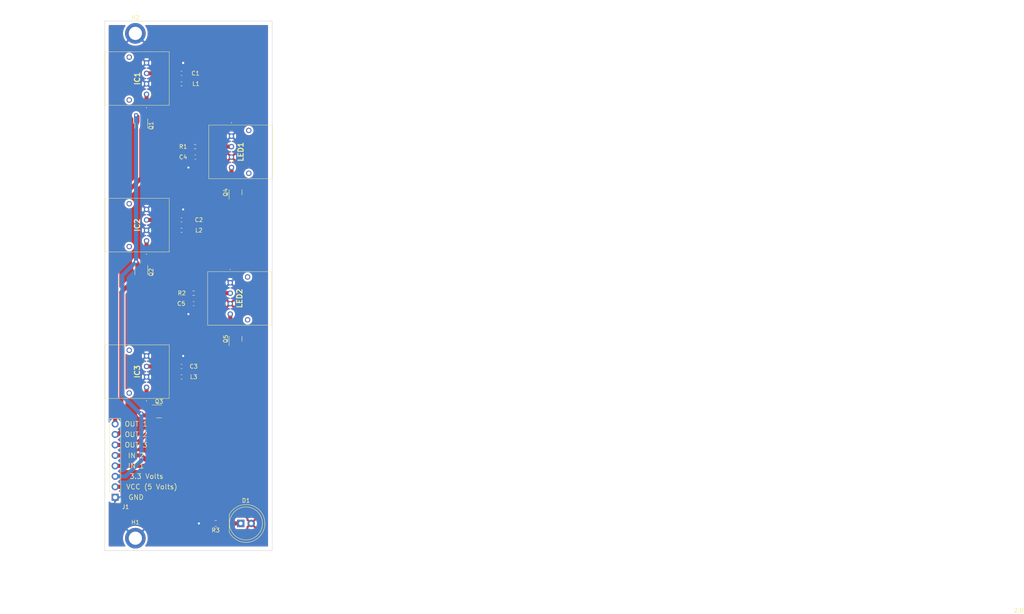
<source format=kicad_pcb>
(kicad_pcb (version 20211014) (generator pcbnew)
  (layers (0 "F.Cu" signal) (31 "B.Cu" signal) (34 "B.Paste" user) (35 "F.Paste" user) (36 "B.SilkS" user "B.Silkscreen") (37 "F.SilkS" user "F.Silkscreen") (38 "B.Mask" user) (39 "F.Mask" user) (44 "Edge.Cuts" user))
  (net 0 "")
  (net 1 "Net-(C1-Pad1)")
  (net 2 "GND")
  (net 3 "Net-(C2-Pad1)")
  (net 4 "Net-(C3-Pad1)")
  (net 5 "Net-(LED1-Pad2)")
  (net 6 "Net-(LED2-Pad2)")
  (net 7 "VCC")
  (net 8 "Net-(D1-Pad1)")
  (net 13 "Net-(IC1-Pad1)")
  (net 14 "Net-(IC2-Pad1)")
  (net 15 "Net-(IC3-Pad1)")
  (net 16 "+3.3V")
  (net 17 "/IN 1")
  (net 18 "/IN 2")
  (net 19 "/OUT 3")
  (net 20 "/OUT 2")
  (net 21 "/OUT 1")
  (net 22 "Net-(LED1-Pad4)")
  (net 23 "Net-(LED2-Pad4)")
  (footprint "Resistor_SMD:R_0603_1608Metric_Pad0.98x0.95mm_HandSolder" (layer "F.Cu") (at 71.9475 80.48)
    (fp_text reference "R1" (at -2.8975 0) (layer "F.SilkS"))
    (fp_text value "5.6k")
    (fp_line (start -0.254724 0.5225) (end 0.254724 0.5225) (layer "F.SilkS") (width 0.12))
    (fp_line (start -0.254724 -0.5225) (end 0.254724 -0.5225) (layer "F.SilkS") (width 0.12))
    (pad "1" smd roundrect (at -0.9125 0) (size 0.975 0.95) (layers "F.Cu" "F.Paste" "F.Mask") (net 7 "VCC"))
    (pad "2" smd roundrect (at 0.9125 0) (size 0.975 0.95) (layers "F.Cu" "F.Paste" "F.Mask") (net 5 "Net-(LED1-Pad2)"))
  )
  (footprint "Connector_PinHeader_2.54mm:PinHeader_1x08_P2.54mm_Vertical" (layer "F.Cu") (at 52.54 165.57 180)
    (fp_text reference "J1" (at -2.54 -2.33) (layer "F.SilkS"))
    (fp_text value "Conn_01x08_Male")
    (fp_line (start -1.33 0) (end -1.33 -1.33) (layer "F.SilkS") (width 0.12))
    (fp_line (start -1.33 1.27) (end 1.33 1.27) (layer "F.SilkS") (width 0.12))
    (fp_line (start 1.33 1.27) (end 1.33 19.11) (layer "F.SilkS") (width 0.12))
    (fp_line (start -1.33 -1.33) (end 0 -1.33) (layer "F.SilkS") (width 0.12))
    (fp_line (start -1.33 19.11) (end 1.33 19.11) (layer "F.SilkS") (width 0.12))
    (fp_line (start -1.33 1.27) (end -1.33 19.11) (layer "F.SilkS") (width 0.12))
    (pad "1" thru_hole rect (at 0 0 180) (size 1.7 1.7) (drill 1) (layers *.Cu *.Mask) (net 2 "GND"))
    (pad "2" thru_hole oval (at 0 2.54 180) (size 1.7 1.7) (drill 1) (layers *.Cu *.Mask) (net 7 "VCC"))
    (pad "3" thru_hole oval (at 0 5.08 180) (size 1.7 1.7) (drill 1) (layers *.Cu *.Mask) (net 16 "+3.3V"))
    (pad "4" thru_hole oval (at 0 7.62 180) (size 1.7 1.7) (drill 1) (layers *.Cu *.Mask) (net 17 "/IN 1"))
    (pad "5" thru_hole oval (at 0 10.16 180) (size 1.7 1.7) (drill 1) (layers *.Cu *.Mask) (net 18 "/IN 2"))
    (pad "6" thru_hole oval (at 0 12.7 180) (size 1.7 1.7) (drill 1) (layers *.Cu *.Mask) (net 19 "/OUT 3"))
    (pad "7" thru_hole oval (at 0 15.24 180) (size 1.7 1.7) (drill 1) (layers *.Cu *.Mask) (net 20 "/OUT 2"))
    (pad "8" thru_hole oval (at 0 17.78 180) (size 1.7 1.7) (drill 1) (layers *.Cu *.Mask) (net 21 "/OUT 1"))
  )
  (footprint "Capacitor_SMD:C_0603_1608Metric_Pad1.08x0.95mm_HandSolder" (layer "F.Cu") (at 71.59 118.58)
    (fp_text reference "C5" (at -3.01 0) (layer "F.SilkS"))
    (fp_text value "0.1u")
    (fp_line (start -0.146267 -0.51) (end 0.146267 -0.51) (layer "F.SilkS") (width 0.12))
    (fp_line (start -0.146267 0.51) (end 0.146267 0.51) (layer "F.SilkS") (width 0.12))
    (pad "1" smd roundrect (at -0.8625 0) (size 1.075 0.95) (layers "F.Cu" "F.Paste" "F.Mask") (net 2 "GND"))
    (pad "2" smd roundrect (at 0.8625 0) (size 1.075 0.95) (layers "F.Cu" "F.Paste" "F.Mask") (net 7 "VCC"))
  )
  (footprint "Inductor_SMD:L_0603_1608Metric_Pad1.05x0.95mm_HandSolder" (layer "F.Cu") (at 68.655 65.24 180)
    (fp_text reference "L1" (at -3.485 0) (layer "F.SilkS"))
    (fp_text value "47u")
    (fp_line (start -0.171267 0.51) (end 0.171267 0.51) (layer "F.SilkS") (width 0.12))
    (fp_line (start -0.171267 -0.51) (end 0.171267 -0.51) (layer "F.SilkS") (width 0.12))
    (pad "1" smd roundrect (at -0.875 0 180) (size 1.05 0.95) (layers "F.Cu" "F.Paste" "F.Mask") (net 7 "VCC"))
    (pad "2" smd roundrect (at 0.875 0 180) (size 1.05 0.95) (layers "F.Cu" "F.Paste" "F.Mask") (net 1 "Net-(C1-Pad1)"))
  )
  (footprint "TOTX and TORX:TOTX1950AF" (layer "F.Cu") (at 80.77 85.56 -90)
    (fp_text reference "LED1" (at -3.81 -2.25 90) (layer "F.SilkS") (effects (font (size 1.27 1.27) (thickness 0.254))))
    (fp_text value "TOTX1950A_F_" hide)
    (fp_line (start -10.92 0) (end -10.92 0) (layer "F.SilkS") (width 0.1))
    (fp_line (start -10.31 5.5) (end -10.31 -10) (layer "F.SilkS") (width 0.1))
    (fp_line (start -10.82 0) (end -10.82 0) (layer "F.SilkS") (width 0.1))
    (fp_line (start 2.69 -10) (end 2.69 5.5) (layer "F.SilkS") (width 0.1))
    (fp_line (start 2.69 5.5) (end -10.31 5.5) (layer "F.SilkS") (width 0.1))
    (fp_line (start -10.31 -10) (end 2.69 -10) (layer "F.SilkS") (width 0.1))
    (fp_arc (start -10.92 0) (mid -10.87 -0.05) (end -10.82 0) (layer "F.SilkS") (width 0.1))
    (fp_arc (start -10.82 0) (mid -10.87 0.05) (end -10.92 0) (layer "F.SilkS") (width 0.1))
    (pad "1" thru_hole circle (at -7.62 0 270) (size 1.303 1.303) (drill 0.76) (layers *.Cu *.Mask) (net 2 "GND"))
    (pad "2" thru_hole circle (at -5.08 0 270) (size 1.303 1.303) (drill 0.76) (layers *.Cu *.Mask) (net 5 "Net-(LED1-Pad2)"))
    (pad "3" thru_hole circle (at -2.54 0 270) (size 1.303 1.303) (drill 0.76) (layers *.Cu *.Mask) (net 7 "VCC"))
    (pad "4" thru_hole circle (at 0 0 270) (size 1.303 1.303) (drill 0.76) (layers *.Cu *.Mask) (net 22 "Net-(LED1-Pad4)"))
    (pad "5" thru_hole circle (at 1.39 -4.2 270) (size 1.3 1.3) (drill 0.8) (layers *.Cu *.Mask))
    (pad "6" thru_hole circle (at -9.01 -4.2 270) (size 1.3 1.3) (drill 0.8) (layers *.Cu *.Mask))
  )
  (footprint "Package_TO_SOT_SMD:SOT-23" (layer "F.Cu") (at 58.89 75.4 -90)
    (fp_text reference "Q1" (at 0 -2.4 90) (layer "F.SilkS"))
    (fp_text value "BSS138")
    (fp_line (start 0 -1.56) (end 0.65 -1.56) (layer "F.SilkS") (width 0.12))
    (fp_line (start 0 -1.56) (end -1.675 -1.56) (layer "F.SilkS") (width 0.12))
    (fp_line (start 0 1.56) (end 0.65 1.56) (layer "F.SilkS") (width 0.12))
    (fp_line (start 0 1.56) (end -0.65 1.56) (layer "F.SilkS") (width 0.12))
    (pad "1" smd roundrect (at -0.9375 -0.95 270) (size 1.475 0.6) (layers "F.Cu" "F.Paste" "F.Mask") (net 13 "Net-(IC1-Pad1)"))
    (pad "2" smd roundrect (at -0.9375 0.95 270) (size 1.475 0.6) (layers "F.Cu" "F.Paste" "F.Mask") (net 16 "+3.3V"))
    (pad "3" smd roundrect (at 0.9375 0 270) (size 1.475 0.6) (layers "F.Cu" "F.Paste" "F.Mask") (net 21 "/OUT 1"))
  )
  (footprint "TOTX and TORX:TORX1950AF" (layer "F.Cu") (at 60.16 67.78 90)
    (fp_text reference "IC1" (at 3.81 -2.25 90) (layer "F.SilkS") (effects (font (size 1.27 1.27) (thickness 0.254))))
    (fp_text value "TORX1950A_F_" hide)
    (fp_line (start -2.69 -10) (end 10.31 -10) (layer "F.SilkS") (width 0.1))
    (fp_line (start -2.69 5.5) (end -2.69 -10) (layer "F.SilkS") (width 0.1))
    (fp_line (start -3.3 0) (end -3.3 0) (layer "F.SilkS") (width 0.1))
    (fp_line (start -3.2 0) (end -3.2 0) (layer "F.SilkS") (width 0.1))
    (fp_line (start 10.31 5.5) (end -2.69 5.5) (layer "F.SilkS") (width 0.1))
    (fp_line (start 10.31 -10) (end 10.31 5.5) (layer "F.SilkS") (width 0.1))
    (fp_arc (start -3.2 0) (mid -3.25 0.05) (end -3.3 0) (layer "F.SilkS") (width 0.1))
    (fp_arc (start -3.3 0) (mid -3.25 -0.05) (end -3.2 0) (layer "F.SilkS") (width 0.1))
    (pad "1" thru_hole circle (at 0 0 90) (size 1.303 1.303) (drill 0.76) (layers *.Cu *.Mask) (net 13 "Net-(IC1-Pad1)"))
    (pad "2" thru_hole circle (at 2.54 0 90) (size 1.303 1.303) (drill 0.76) (layers *.Cu *.Mask) (net 2 "GND"))
    (pad "3" thru_hole circle (at 5.08 0 90) (size 1.303 1.303) (drill 0.76) (layers *.Cu *.Mask) (net 1 "Net-(C1-Pad1)"))
    (pad "4" thru_hole circle (at 7.62 0 90) (size 1.303 1.303) (drill 0.76) (layers *.Cu *.Mask) (net 2 "GND"))
    (pad "5" thru_hole circle (at 9.01 -4.2 90) (size 1.3 1.3) (drill 0.8) (layers *.Cu *.Mask))
    (pad "6" thru_hole circle (at -1.39 -4.2 90) (size 1.3 1.3) (drill 0.8) (layers *.Cu *.Mask))
  )
  (footprint "Resistor_SMD:R_0603_1608Metric_Pad0.98x0.95mm_HandSolder" (layer "F.Cu") (at 71.61 116.04)
    (fp_text reference "R2" (at -2.8975 0) (layer "F.SilkS"))
    (fp_text value "5.6k")
    (fp_line (start -0.254724 0.5225) (end 0.254724 0.5225) (layer "F.SilkS") (width 0.12))
    (fp_line (start -0.254724 -0.5225) (end 0.254724 -0.5225) (layer "F.SilkS") (width 0.12))
    (pad "1" smd roundrect (at -0.9125 0) (size 0.975 0.95) (layers "F.Cu" "F.Paste" "F.Mask") (net 7 "VCC"))
    (pad "2" smd roundrect (at 0.9125 0) (size 0.975 0.95) (layers "F.Cu" "F.Paste" "F.Mask") (net 6 "Net-(LED2-Pad2)"))
  )
  (footprint "Capacitor_SMD:C_0603_1608Metric_Pad1.08x0.95mm_HandSolder" (layer "F.Cu") (at 71.9975 83.02)
    (fp_text reference "C4" (at -2.9475 0) (layer "F.SilkS"))
    (fp_text value "0.1u")
    (fp_line (start -0.146267 0.51) (end 0.146267 0.51) (layer "F.SilkS") (width 0.12))
    (fp_line (start -0.146267 -0.51) (end 0.146267 -0.51) (layer "F.SilkS") (width 0.12))
    (pad "1" smd roundrect (at -0.8625 0) (size 1.075 0.95) (layers "F.Cu" "F.Paste" "F.Mask") (net 2 "GND"))
    (pad "2" smd roundrect (at 0.8625 0) (size 1.075 0.95) (layers "F.Cu" "F.Paste" "F.Mask") (net 7 "VCC"))
  )
  (footprint "Resistor_SMD:R_0805_2012Metric_Pad1.20x1.40mm_HandSolder" (layer "F.Cu") (at 76.94 171.92 180)
    (fp_text reference "R3" (at 0 -1.65) (layer "F.SilkS"))
    (fp_text value "10k")
    (fp_line (start -0.227064 0.735) (end 0.227064 0.735) (layer "F.SilkS") (width 0.12))
    (fp_line (start -0.227064 -0.735) (end 0.227064 -0.735) (layer "F.SilkS") (width 0.12))
    (pad "1" smd roundrect (at -1 0 180) (size 1.2 1.4) (layers "F.Cu" "F.Paste" "F.Mask") (roundrect_rratio 0.208333) (net 8 "Net-(D1-Pad1)"))
    (pad "2" smd roundrect (at 1 0 180) (size 1.2 1.4) (layers "F.Cu" "F.Paste" "F.Mask") (roundrect_rratio 0.208333) (net 2 "GND"))
  )
  (footprint "Capacitor_SMD:C_0603_1608Metric_Pad1.08x0.95mm_HandSolder" (layer "F.Cu") (at 68.6425 98.26)
    (fp_text reference "C2" (at 4.2175 0) (layer "F.SilkS"))
    (fp_text value "0.1u")
    (fp_line (start -0.146267 0.51) (end 0.146267 0.51) (layer "F.SilkS") (width 0.12))
    (fp_line (start -0.146267 -0.51) (end 0.146267 -0.51) (layer "F.SilkS") (width 0.12))
    (pad "1" smd roundrect (at -0.8625 0) (size 1.075 0.95) (layers "F.Cu" "F.Paste" "F.Mask") (net 3 "Net-(C2-Pad1)"))
    (pad "2" smd roundrect (at 0.8625 0) (size 1.075 0.95) (layers "F.Cu" "F.Paste" "F.Mask") (net 2 "GND"))
  )
  (footprint "Inductor_SMD:L_0603_1608Metric_Pad1.05x0.95mm_HandSolder" (layer "F.Cu") (at 68.655 136.36 180)
    (fp_text reference "L3" (at -2.935 0) (layer "F.SilkS"))
    (fp_text value "47u")
    (fp_line (start -0.171267 0.51) (end 0.171267 0.51) (layer "F.SilkS") (width 0.12))
    (fp_line (start -0.171267 -0.51) (end 0.171267 -0.51) (layer "F.SilkS") (width 0.12))
    (pad "1" smd roundrect (at -0.875 0 180) (size 1.05 0.95) (layers "F.Cu" "F.Paste" "F.Mask") (net 7 "VCC"))
    (pad "2" smd roundrect (at 0.875 0 180) (size 1.05 0.95) (layers "F.Cu" "F.Paste" "F.Mask") (net 4 "Net-(C3-Pad1)"))
  )
  (footprint "TOTX and TORX:TORX1950AF" (layer "F.Cu") (at 60.16 138.9 90)
    (fp_text reference "IC3" (at 3.81 -2.25 90) (layer "F.SilkS") (effects (font (size 1.27 1.27) (thickness 0.254))))
    (fp_text value "TORX1950A_F_" hide)
    (fp_line (start -3.2 0) (end -3.2 0) (layer "F.SilkS") (width 0.1))
    (fp_line (start -2.69 5.5) (end -2.69 -10) (layer "F.SilkS") (width 0.1))
    (fp_line (start -3.3 0) (end -3.3 0) (layer "F.SilkS") (width 0.1))
    (fp_line (start 10.31 5.5) (end -2.69 5.5) (layer "F.SilkS") (width 0.1))
    (fp_line (start 10.31 -10) (end 10.31 5.5) (layer "F.SilkS") (width 0.1))
    (fp_line (start -2.69 -10) (end 10.31 -10) (layer "F.SilkS") (width 0.1))
    (fp_arc (start -3.2 0) (mid -3.25 0.05) (end -3.3 0) (layer "F.SilkS") (width 0.1))
    (fp_arc (start -3.3 0) (mid -3.25 -0.05) (end -3.2 0) (layer "F.SilkS") (width 0.1))
    (pad "1" thru_hole circle (at 0 0 90) (size 1.303 1.303) (drill 0.76) (layers *.Cu *.Mask) (net 15 "Net-(IC3-Pad1)"))
    (pad "2" thru_hole circle (at 2.54 0 90) (size 1.303 1.303) (drill 0.76) (layers *.Cu *.Mask) (net 2 "GND"))
    (pad "3" thru_hole circle (at 5.08 0 90) (size 1.303 1.303) (drill 0.76) (layers *.Cu *.Mask) (net 4 "Net-(C3-Pad1)"))
    (pad "4" thru_hole circle (at 7.62 0 90) (size 1.303 1.303) (drill 0.76) (layers *.Cu *.Mask) (net 2 "GND"))
    (pad "5" thru_hole circle (at 9.01 -4.2 90) (size 1.3 1.3) (drill 0.8) (layers *.Cu *.Mask))
    (pad "6" thru_hole circle (at -1.39 -4.2 90) (size 1.3 1.3) (drill 0.8) (layers *.Cu *.Mask))
  )
  (footprint "TOTX and TORX:TOTX1950AF" (layer "F.Cu") (at 80.48 121.12 -90)
    (fp_text reference "LED2" (at -3.81 -2.25 90) (layer "F.SilkS") (effects (font (size 1.27 1.27) (thickness 0.254))))
    (fp_text value "TOTX1950A_F_" hide)
    (fp_line (start 2.69 -10) (end 2.69 5.5) (layer "F.SilkS") (width 0.1))
    (fp_line (start -10.31 5.5) (end -10.31 -10) (layer "F.SilkS") (width 0.1))
    (fp_line (start -10.82 0) (end -10.82 0) (layer "F.SilkS") (width 0.1))
    (fp_line (start 2.69 5.5) (end -10.31 5.5) (layer "F.SilkS") (width 0.1))
    (fp_line (start -10.31 -10) (end 2.69 -10) (layer "F.SilkS") (width 0.1))
    (fp_line (start -10.92 0) (end -10.92 0) (layer "F.SilkS") (width 0.1))
    (fp_arc (start -10.82 0) (mid -10.87 0.05) (end -10.92 0) (layer "F.SilkS") (width 0.1))
    (fp_arc (start -10.92 0) (mid -10.87 -0.05) (end -10.82 0) (layer "F.SilkS") (width 0.1))
    (pad "1" thru_hole circle (at -7.62 0 270) (size 1.303 1.303) (drill 0.76) (layers *.Cu *.Mask) (net 2 "GND"))
    (pad "2" thru_hole circle (at -5.08 0 270) (size 1.303 1.303) (drill 0.76) (layers *.Cu *.Mask) (net 6 "Net-(LED2-Pad2)"))
    (pad "3" thru_hole circle (at -2.54 0 270) (size 1.303 1.303) (drill 0.76) (layers *.Cu *.Mask) (net 7 "VCC"))
    (pad "4" thru_hole circle (at 0 0 270) (size 1.303 1.303) (drill 0.76) (layers *.Cu *.Mask) (net 23 "Net-(LED2-Pad4)"))
    (pad "5" thru_hole circle (at 1.39 -4.2 270) (size 1.3 1.3) (drill 0.8) (layers *.Cu *.Mask))
    (pad "6" thru_hole circle (at -9.01 -4.2 270) (size 1.3 1.3) (drill 0.8) (layers *.Cu *.Mask))
  )
  (footprint "TOTX and TORX:TORX1950AF" (layer "F.Cu") (at 60.16 103.34 90)
    (fp_text reference "IC2" (at 3.81 -2.25 90) (layer "F.SilkS") (effects (font (size 1.27 1.27) (thickness 0.254))))
    (fp_text value "TORX1950A_F_" hide)
    (fp_line (start 10.31 5.5) (end -2.69 5.5) (layer "F.SilkS") (width 0.1))
    (fp_line (start 10.31 -10) (end 10.31 5.5) (layer "F.SilkS") (width 0.1))
    (fp_line (start -3.2 0) (end -3.2 0) (layer "F.SilkS") (width 0.1))
    (fp_line (start -2.69 5.5) (end -2.69 -10) (layer "F.SilkS") (width 0.1))
    (fp_line (start -2.69 -10) (end 10.31 -10) (layer "F.SilkS") (width 0.1))
    (fp_line (start -3.3 0) (end -3.3 0) (layer "F.SilkS") (width 0.1))
    (fp_arc (start -3.2 0) (mid -3.25 0.05) (end -3.3 0) (layer "F.SilkS") (width 0.1))
    (fp_arc (start -3.3 0) (mid -3.25 -0.05) (end -3.2 0) (layer "F.SilkS") (width 0.1))
    (pad "1" thru_hole circle (at 0 0 90) (size 1.303 1.303) (drill 0.76) (layers *.Cu *.Mask) (net 14 "Net-(IC2-Pad1)"))
    (pad "2" thru_hole circle (at 2.54 0 90) (size 1.303 1.303) (drill 0.76) (layers *.Cu *.Mask) (net 2 "GND"))
    (pad "3" thru_hole circle (at 5.08 0 90) (size 1.303 1.303) (drill 0.76) (layers *.Cu *.Mask) (net 3 "Net-(C2-Pad1)"))
    (pad "4" thru_hole circle (at 7.62 0 90) (size 1.303 1.303) (drill 0.76) (layers *.Cu *.Mask) (net 2 "GND"))
    (pad "5" thru_hole circle (at 9.01 -4.2 90) (size 1.3 1.3) (drill 0.8) (layers *.Cu *.Mask))
    (pad "6" thru_hole circle (at -1.39 -4.2 90) (size 1.3 1.3) (drill 0.8) (layers *.Cu *.Mask))
  )
  (footprint "MountingHole:MountingHole_3.2mm_M3_ISO7380_Pad" (layer "F.Cu") (at 57.45 53)
    (fp_text reference "H2" (at 0 -3.85) (layer "F.SilkS"))
    (fp_text value "MountingHole_Pad")
    (pad "1" thru_hole circle (at 0 0) (size 5 5) (drill 3.2) (layers *.Cu *.Mask) (net 2 "GND"))
  )
  (footprint "Package_TO_SOT_SMD:SOT-23" (layer "F.Cu") (at 63.195 144.7375)
    (fp_text reference "Q3" (at 0 -2.4) (layer "F.SilkS"))
    (fp_text value "BSS138")
    (fp_line (start 0 -1.56) (end 0.65 -1.56) (layer "F.SilkS") (width 0.12))
    (fp_line (start 0 1.56) (end -0.65 1.56) (layer "F.SilkS") (width 0.12))
    (fp_line (start 0 1.56) (end 0.65 1.56) (layer "F.SilkS") (width 0.12))
    (fp_line (start 0 -1.56) (end -1.675 -1.56) (layer "F.SilkS") (width 0.12))
    (pad "1" smd roundrect (at -0.9375 -0.95) (size 1.475 0.6) (layers "F.Cu" "F.Paste" "F.Mask") (net 15 "Net-(IC3-Pad1)"))
    (pad "2" smd roundrect (at -0.9375 0.95) (size 1.475 0.6) (layers "F.Cu" "F.Paste" "F.Mask") (net 16 "+3.3V"))
    (pad "3" smd roundrect (at 0.9375 0) (size 1.475 0.6) (layers "F.Cu" "F.Paste" "F.Mask") (net 19 "/OUT 3"))
  )
  (footprint "Capacitor_SMD:C_0603_1608Metric_Pad1.08x0.95mm_HandSolder" (layer "F.Cu") (at 68.6425 62.7)
    (fp_text reference "C1" (at 3.4025 0) (layer "F.SilkS"))
    (fp_text value "0.1u")
    (fp_line (start -0.146267 -0.51) (end 0.146267 -0.51) (layer "F.SilkS") (width 0.12))
    (fp_line (start -0.146267 0.51) (end 0.146267 0.51) (layer "F.SilkS") (width 0.12))
    (pad "1" smd roundrect (at -0.8625 0) (size 1.075 0.95) (layers "F.Cu" "F.Paste" "F.Mask") (net 1 "Net-(C1-Pad1)"))
    (pad "2" smd roundrect (at 0.8625 0) (size 1.075 0.95) (layers "F.Cu" "F.Paste" "F.Mask") (net 2 "GND"))
  )
  (footprint "LED_THT:LED_D8.0mm" (layer "F.Cu") (at 83.02 171.92)
    (fp_text reference "D1" (at 1.27 -5.56) (layer "F.SilkS"))
    (fp_text value "LED")
    (fp_line (start -2.79 -2.142) (end -2.79 2.142) (layer "F.SilkS") (width 0.12))
    (fp_arc (start -2.79 -2.141145) (mid 2.373119 -4.455472) (end 5.86 0.000486) (layer "F.SilkS") (width 0.12))
    (fp_arc (start 5.86 -0.000486) (mid 2.373119 4.455472) (end -2.79 2.141145) (layer "F.SilkS") (width 0.12))
    (fp_circle (center 1.27 0) (end 5.27 0) (layer "F.SilkS") (width 0.12) (fill none))
    (pad "1" thru_hole rect (at 0 0) (size 1.8 1.8) (drill 0.9) (layers *.Cu *.Mask) (net 8 "Net-(D1-Pad1)"))
    (pad "2" thru_hole circle (at 2.54 0) (size 1.8 1.8) (drill 0.9) (layers *.Cu *.Mask) (net 7 "VCC"))
  )
  (footprint "MountingHole:MountingHole_3.2mm_M3_ISO7380_Pad" (layer "F.Cu") (at 57.45 175.5)
    (fp_text reference "H1" (at 0 -3.85) (layer "F.SilkS"))
    (fp_text value "MountingHole_Pad")
    (pad "1" thru_hole circle (at 0 0) (size 5 5) (drill 3.2) (layers *.Cu *.Mask) (net 2 "GND"))
  )
  (footprint "Package_TO_SOT_SMD:SOT-23" (layer "F.Cu") (at 81.75 91.5775 90)
    (fp_text reference "Q4" (at 0 -2.4 90) (layer "F.SilkS"))
    (fp_text value "BSS138")
    (fp_line (start 0 -1.56) (end 0.65 -1.56) (layer "F.SilkS") (width 0.12))
    (fp_line (start 0 1.56) (end 0.65 1.56) (layer "F.SilkS") (width 0.12))
    (fp_line (start 0 -1.56) (end -1.675 -1.56) (layer "F.SilkS") (width 0.12))
    (fp_line (start 0 1.56) (end -0.65 1.56) (layer "F.SilkS") (width 0.12))
    (pad "1" smd roundrect (at -0.9375 -0.95 90) (size 1.475 0.6) (layers "F.Cu" "F.Paste" "F.Mask") (net 17 "/IN 1"))
    (pad "2" smd roundrect (at -0.9375 0.95 90) (size 1.475 0.6) (layers "F.Cu" "F.Paste" "F.Mask") (net 7 "VCC"))
    (pad "3" smd roundrect (at 0.9375 0 90) (size 1.475 0.6) (layers "F.Cu" "F.Paste" "F.Mask") (net 22 "Net-(LED1-Pad4)"))
  )
  (footprint "Inductor_SMD:L_0603_1608Metric_Pad1.05x0.95mm_HandSolder" (layer "F.Cu") (at 68.655 100.8 180)
    (fp_text reference "L2" (at -4.205 0) (layer "F.SilkS"))
    (fp_text value "47u")
    (fp_line (start -0.171267 -0.51) (end 0.171267 -0.51) (layer "F.SilkS") (width 0.12))
    (fp_line (start -0.171267 0.51) (end 0.171267 0.51) (layer "F.SilkS") (width 0.12))
    (pad "1" smd roundrect (at -0.875 0 180) (size 1.05 0.95) (layers "F.Cu" "F.Paste" "F.Mask") (net 7 "VCC"))
    (pad "2" smd roundrect (at 0.875 0 180) (size 1.05 0.95) (layers "F.Cu" "F.Paste" "F.Mask") (net 3 "Net-(C2-Pad1)"))
  )
  (footprint "Package_TO_SOT_SMD:SOT-23" (layer "F.Cu") (at 58.89 110.96 -90)
    (fp_text reference "Q2" (at 0 -2.4 90) (layer "F.SilkS"))
    (fp_text value "BSS138")
    (fp_line (start 0 -1.56) (end 0.65 -1.56) (layer "F.SilkS") (width 0.12))
    (fp_line (start 0 1.56) (end -0.65 1.56) (layer "F.SilkS") (width 0.12))
    (fp_line (start 0 -1.56) (end -1.675 -1.56) (layer "F.SilkS") (width 0.12))
    (fp_line (start 0 1.56) (end 0.65 1.56) (layer "F.SilkS") (width 0.12))
    (pad "1" smd roundrect (at -0.9375 -0.95 270) (size 1.475 0.6) (layers "F.Cu" "F.Paste" "F.Mask") (net 14 "Net-(IC2-Pad1)"))
    (pad "2" smd roundrect (at -0.9375 0.95 270) (size 1.475 0.6) (layers "F.Cu" "F.Paste" "F.Mask") (net 16 "+3.3V"))
    (pad "3" smd roundrect (at 0.9375 0 270) (size 1.475 0.6) (layers "F.Cu" "F.Paste" "F.Mask") (net 20 "/OUT 2"))
  )
  (footprint "Capacitor_SMD:C_0603_1608Metric_Pad1.08x0.95mm_HandSolder" (layer "F.Cu") (at 68.6425 133.82)
    (fp_text reference "C3" (at 2.9475 0) (layer "F.SilkS"))
    (fp_text value "0.1u")
    (fp_line (start -0.146267 -0.51) (end 0.146267 -0.51) (layer "F.SilkS") (width 0.12))
    (fp_line (start -0.146267 0.51) (end 0.146267 0.51) (layer "F.SilkS") (width 0.12))
    (pad "1" smd roundrect (at -0.8625 0) (size 1.075 0.95) (layers "F.Cu" "F.Paste" "F.Mask") (net 4 "Net-(C3-Pad1)"))
    (pad "2" smd roundrect (at 0.8625 0) (size 1.075 0.95) (layers "F.Cu" "F.Paste" "F.Mask") (net 2 "GND"))
  )
  (footprint "Package_TO_SOT_SMD:SOT-23" (layer "F.Cu") (at 81.75 127.1375 90)
    (fp_text reference "Q5" (at 0 -2.4 90) (layer "F.SilkS"))
    (fp_text value "BSS138")
    (fp_line (start 0 1.56) (end -0.65 1.56) (layer "F.SilkS") (width 0.12))
    (fp_line (start 0 1.56) (end 0.65 1.56) (layer "F.SilkS") (width 0.12))
    (fp_line (start 0 -1.56) (end 0.65 -1.56) (layer "F.SilkS") (width 0.12))
    (fp_line (start 0 -1.56) (end -1.675 -1.56) (layer "F.SilkS") (width 0.12))
    (pad "1" smd roundrect (at -0.9375 -0.95 90) (size 1.475 0.6) (layers "F.Cu" "F.Paste" "F.Mask") (net 18 "/IN 2"))
    (pad "2" smd roundrect (at -0.9375 0.95 90) (size 1.475 0.6) (layers "F.Cu" "F.Paste" "F.Mask") (net 7 "VCC"))
    (pad "3" smd roundrect (at 0.9375 0 90) (size 1.475 0.6) (layers "F.Cu" "F.Paste" "F.Mask") (net 23 "Net-(LED2-Pad4)"))
  )
  (gr_rect (start 50 50) (end 90.64 178.5) (layer "Edge.Cuts") (width 0.1) (fill none))
  (gr_text "VCC (5 Volts)" (at 61.43 163.03) (layer "F.SilkS") (effects (font (size 1.2 1.2))))
  (gr_text "IN 1" (at 57.62 157.95) (layer "F.SilkS") (effects (font (size 1.2 1.2))))
  (gr_text "3.3 Volts" (at 60.16 160.49) (layer "F.SilkS") (effects (font (size 1.2 1.2))))
  (gr_text "OUT 1" (at 57.62 147.79) (layer "F.SilkS") (effects (font (size 1.2 1.2))))
  (gr_text "GND" (at 57.62 165.57) (layer "F.SilkS") (effects (font (size 1.2 1.2))))
  (gr_text "OUT 2" (at 57.62 150.33) (layer "F.SilkS") (effects (font (size 1.2 1.2))))
  (gr_text "2.0" (at 271.78 193.04) (layer "F.SilkS") (effects (font (size 1 1))))
  (gr_text "IN 2" (at 57.62 155.4636) (layer "F.SilkS") (effects (font (size 1.2 1.2))))
  (gr_text "OUT 3" (at 57.62 152.87) (layer "F.SilkS") (effects (font (size 1.2 1.2))))
  (segment (start 67.78 65.24) (end 65.24 62.7) (width 1) (layer "F.Cu") (net 1))
  (segment (start 65.24 62.7) (end 60.16 62.7) (width 1) (layer "F.Cu") (net 1))
  (segment (start 67.78 62.7) (end 65.24 62.7) (width 1) (layer "F.Cu") (net 1))
  (segment (start 69.505 131.735) (end 69.05 131.28) (width 1) (layer "F.Cu") (net 2))
  (segment (start 69.505 98.26) (end 69.505 96.175) (width 1) (layer "F.Cu") (net 2))
  (segment (start 70.7275 120.7125) (end 70.32 121.12) (width 1) (layer "F.Cu") (net 2))
  (segment (start 69.505 62.7) (end 69.505 60.615) (width 1) (layer "F.Cu") (net 2))
  (segment (start 71.135 83.02) (end 71.135 84.745) (width 1) (layer "F.Cu") (net 2))
  (segment (start 69.505 60.615) (end 69.05 60.16) (width 1) (layer "F.Cu") (net 2))
  (segment (start 75.94 171.92) (end 72.86 171.92) (width 1) (layer "F.Cu") (net 2))
  (segment (start 71.135 84.745) (end 70.32 85.56) (width 1) (layer "F.Cu") (net 2))
  (segment (start 70.7275 118.58) (end 70.7275 120.7125) (width 1) (layer "F.Cu") (net 2))
  (segment (start 69.505 133.82) (end 69.505 131.735) (width 1) (layer "F.Cu") (net 2))
  (segment (start 69.505 96.175) (end 69.05 95.72) (width 1) (layer "F.Cu") (net 2))
  (via (at 69.05 60.16) (size 1) (drill 0.5) (layers "F.Cu" "B.Cu") (net 2))
  (via (at 70.32 85.56) (size 1) (drill 0.5) (layers "F.Cu" "B.Cu") (net 2))
  (via (at 69.05 60.16) (size 1) (drill 0.5) (layers "F.Cu" "B.Cu") (net 2))
  (via (at 69.05 131.28) (size 1) (drill 0.5) (layers "F.Cu" "B.Cu") (net 2))
  (via (at 72.86 171.92) (size 1) (drill 0.5) (layers "F.Cu" "B.Cu") (net 2))
  (via (at 70.32 121.12) (size 1) (drill 0.5) (layers "F.Cu" "B.Cu") (net 2))
  (via (at 69.05 95.72) (size 1) (drill 0.5) (layers "F.Cu" "B.Cu") (net 2))
  (segment (start 67.78 100.8) (end 65.24 98.26) (width 1) (layer "F.Cu") (net 3))
  (segment (start 67.78 98.26) (end 65.24 98.26) (width 1) (layer "F.Cu") (net 3))
  (segment (start 65.24 98.26) (end 60.16 98.26) (width 1) (layer "F.Cu") (net 3))
  (segment (start 67.78 133.82) (end 65.24 133.82) (width 1) (layer "F.Cu") (net 4))
  (segment (start 67.78 136.36) (end 65.24 133.82) (width 1) (layer "F.Cu") (net 4))
  (segment (start 65.24 133.82) (end 60.16 133.82) (width 1) (layer "F.Cu") (net 4))
  (segment (start 72.86 80.48) (end 80.77 80.48) (width 1) (layer "F.Cu") (net 5))
  (segment (start 72.5225 116.04) (end 80.48 116.04) (width 1) (layer "F.Cu") (net 6))
  (segment (start 52.54 163.03) (end 53.81 163.03) (width 1) (layer "F.Cu") (net 7))
  (segment (start 77.94 171.92) (end 83.02 171.92) (width 1) (layer "F.Cu") (net 8))
  (segment (start 60.16 67.78) (end 60.16 74.1425) (width 1) (layer "F.Cu") (net 13))
  (segment (start 60.16 74.1425) (end 59.84 74.4625) (width 1) (layer "F.Cu") (net 13))
  (segment (start 60.16 109.7025) (end 59.84 110.0225) (width 1) (layer "F.Cu") (net 14))
  (segment (start 60.16 103.34) (end 60.16 109.7025) (width 1) (layer "F.Cu") (net 14))
  (segment (start 60.16 138.9) (end 60.16 141.69) (width 1) (layer "F.Cu") (net 15))
  (segment (start 60.16 141.69) (end 62.2575 143.7875) (width 1) (layer "F.Cu") (net 15))
  (segment (start 57.94 73.18) (end 57.62 72.86) (width 1) (layer "F.Cu") (net 16))
  (segment (start 57.94 108.74) (end 57.62 108.42) (width 1) (layer "F.Cu") (net 16))
  (segment (start 59.3275 145.6875) (end 58.89 145.25) (width 1) (layer "F.Cu") (net 16))
  (segment (start 57.94 74.4625) (end 57.94 73.18) (width 1) (layer "F.Cu") (net 16))
  (segment (start 62.2575 145.6875) (end 59.3275 145.6875) (width 1) (layer "F.Cu") (net 16))
  (segment (start 57.94 110.0225) (end 57.94 108.74) (width 1) (layer "F.Cu") (net 16))
  (via (at 58.89 145.25) (size 1) (drill 0.5) (layers "F.Cu" "B.Cu") (net 16))
  (via (at 57.62 108.42) (size 1) (drill 0.5) (layers "F.Cu" "B.Cu") (net 16))
  (via (at 57.62 108.42) (size 1) (drill 0.5) (layers "F.Cu" "B.Cu") (net 16))
  (via (at 57.62 72.86) (size 1) (drill 0.5) (layers "F.Cu" "B.Cu") (net 16))
  (segment (start 57.62 108.42) (end 57.62 72.86) (width 1) (layer "B.Cu") (net 16))
  (segment (start 52.54 160.49) (end 55.08 160.49) (width 1) (layer "B.Cu") (net 16))
  (segment (start 55.08 160.49) (end 58.89 156.68) (width 1) (layer "B.Cu") (net 16))
  (segment (start 58.89 156.68) (end 58.89 145.25) (width 1) (layer "B.Cu") (net 16))
  (segment (start 54.31 140.973453) (end 54.31 111.73) (width 1) (layer "B.Cu") (net 16))
  (segment (start 54.31 111.73) (end 57.62 108.42) (width 1) (layer "B.Cu") (net 16))
  (segment (start 58.586547 145.25) (end 54.31 140.973453) (width 1) (layer "B.Cu") (net 16))
  (segment (start 58.89 145.25) (end 58.586547 145.25) (width 1) (layer "B.Cu") (net 16))
  (segment (start 52.54 157.95) (end 63.74 157.95) (width 1) (layer "F.Cu") (net 17))
  (segment (start 80.8 101.12) (end 80.8 92.515) (width 1) (layer "F.Cu") (net 17))
  (segment (start 86.33 106.65) (end 80.8 101.12) (width 1) (layer "F.Cu") (net 17))
  (segment (start 63.74 157.95) (end 86.33 135.36) (width 1) (layer "F.Cu") (net 17))
  (segment (start 86.33 135.36) (end 86.33 106.65) (width 1) (layer "F.Cu") (net 17))
  (segment (start 80.8 128.075) (end 80.8 138.76868) (width 1) (layer "F.Cu") (net 18))
  (segment (start 80.8 138.76868) (end 63.11868 156.45) (width 1) (layer "F.Cu") (net 18))
  (segment (start 58.89 155.41) (end 52.54 155.41) (width 1) (layer "F.Cu") (net 18))
  (segment (start 63.11868 156.45) (end 59.93 156.45) (width 1) (layer "F.Cu") (net 18))
  (segment (start 59.93 156.45) (end 58.89 155.41) (width 1) (layer "F.Cu") (net 18))
  (segment (start 57.438846 152.87) (end 52.54 152.87) (width 1) (layer "F.Cu") (net 19))
  (segment (start 64.1325 144.7375) (end 64.1325 146.176346) (width 1) (layer "F.Cu") (net 19))
  (segment (start 64.1325 146.176346) (end 57.438846 152.87) (width 1) (layer "F.Cu") (net 19))
  (segment (start 58.89 111.8975) (end 57.9525 111.8975) (width 1) (layer "F.Cu") (net 20))
  (segment (start 54.39 149.17) (end 53.23 150.33) (width 1) (layer "F.Cu") (net 20))
  (segment (start 54.39 147.023704) (end 54.39 149.17) (width 1) (layer "F.Cu") (net 20))
  (segment (start 57.9525 111.8975) (end 54.04 115.81) (width 1) (layer "F.Cu") (net 20))
  (segment (start 54.04 146.673704) (end 54.39 147.023704) (width 1) (layer "F.Cu") (net 20))
  (segment (start 53.23 150.33) (end 52.54 150.33) (width 1) (layer "F.Cu") (net 20))
  (segment (start 54.04 115.81) (end 54.04 146.673704) (width 1) (layer "F.Cu") (net 20))
  (segment (start 52.54 94.45) (end 52.54 147.79) (width 1) (layer "F.Cu") (net 21))
  (segment (start 58.89 76.3375) (end 58.89 88.1) (width 1) (layer "F.Cu") (net 21))
  (segment (start 58.89 88.1) (end 52.54 94.45) (width 1) (layer "F.Cu") (net 21))
  (segment (start 80.77 89.66) (end 81.75 90.64) (width 1) (layer "F.Cu") (net 22))
  (segment (start 80.77 85.56) (end 80.77 89.66) (width 1) (layer "F.Cu") (net 22))
  (segment (start 80.48 121.12) (end 80.48 124.93) (width 1) (layer "F.Cu") (net 23))
  (segment (start 80.48 124.93) (end 81.75 126.2) (width 1) (layer "F.Cu") (net 23))
  (zone (net 7) (net_name "VCC") (layer "F.Cu") (connect_pads (clearance 0.508)) (min_thickness 0.254) (fill yes (thermal_gap 0.508) (thermal_bridge_width 0.508))
    (polygon (pts (xy 95.72 189.7) (xy 42.38 189.7) (xy 24.6 55.08) (xy 48.73 48.73) (xy 91.91 48.73)))
  )
  (zone (net 2) (net_name "GND") (layer "B.Cu") (connect_pads (clearance 0.508)) (min_thickness 0.254) (fill yes (thermal_gap 0.508) (thermal_bridge_width 0.508))
    (polygon (pts (xy 101.45 192) (xy 33.35 185.9) (xy 47.35 45.4) (xy 94.55 44.9)))
  )
)
</source>
